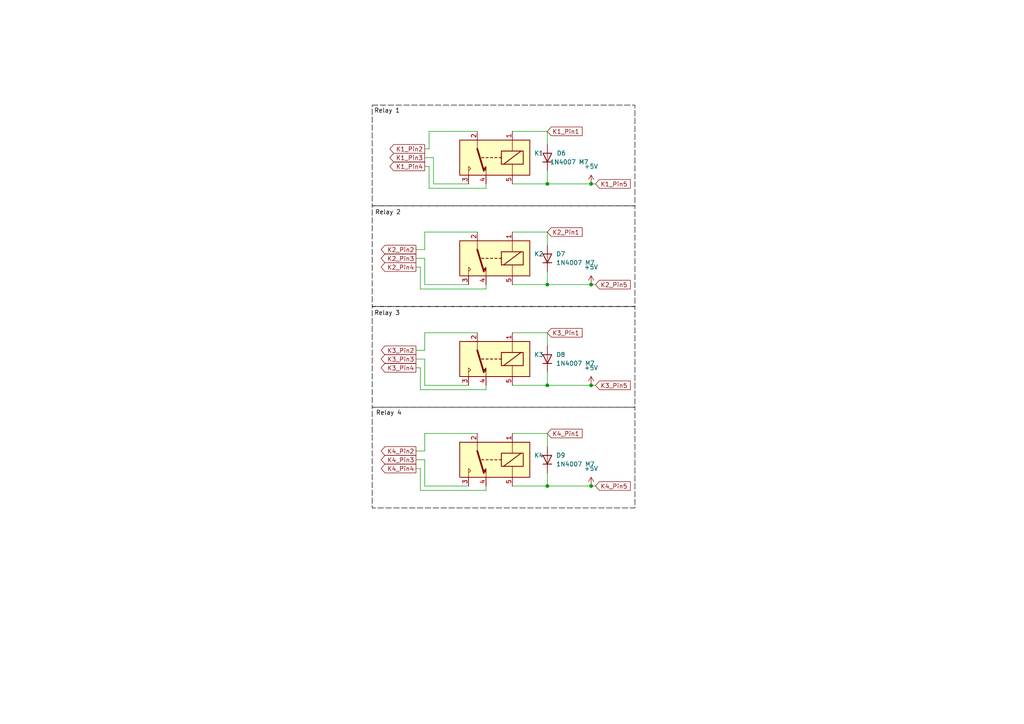
<source format=kicad_sch>
(kicad_sch (version 20250114) (generator "eeschema") (generator_version "9.0")
  (paper "A4")
  (title_block (title "Raspberry Pi Pico Logger - Relays") (date "2025-06-21") (rev "2.0") (company "Creator: Piotr Kłyś"))
  (lib_symbols
    (symbol "Diode:SM4007" (pin_numbers (hide yes)) (pin_names (hide yes))
      (property "Reference" "D" (at 0 2.54 0))
      (property "Value" "SM4007" (at 0 -2.54 0))
      (symbol "SM4007_0_1"
        (polyline (pts (xy -1.27 1.27) (xy -1.27 -1.27)) (stroke (width 0.254)))
        (polyline (pts (xy 1.27 1.27) (xy 1.27 -1.27) (xy -1.27 0) (xy 1.27 1.27)) (stroke (width 0.254)))
        (polyline (pts (xy 1.27 0) (xy -1.27 0)))
      )
      (symbol "SM4007_1_1"
        (pin passive line (at -3.81 0 0) (length 2.54) (name "K") (number "1"))
        (pin passive line (at 3.81 0 180) (length 2.54) (name "A") (number "2"))
      )
    )
    (symbol "Relay:G5Q-1"
      (property "Reference" "K" (at 11.43 3.81 0))
      (property "Value" "G5Q-1" (at 11.43 1.27 0))
      (symbol "G5Q-1_0_0"
        (polyline (pts (xy 7.62 5.08) (xy 7.62 2.54) (xy 6.985 3.175) (xy 7.62 3.81)))
      )
      (symbol "G5Q-1_0_1"
        (rectangle (start -10.16 5.08) (end 10.16 -5.08) (stroke (width 0.254)) (fill (type background)))
        (rectangle (start -8.255 1.905) (end -1.905 -1.905) (stroke (width 0.254)))
        (polyline (pts (xy -7.62 -1.905) (xy -2.54 1.905)) (stroke (width 0.254)))
        (polyline (pts (xy -5.08 5.08) (xy -5.08 1.905)))
        (polyline (pts (xy -5.08 -5.08) (xy -5.08 -1.905)))
        (polyline (pts (xy -1.905 0) (xy -1.27 0)) (stroke (width 0.254)))
        (polyline (pts (xy -0.635 0) (xy 0 0)) (stroke (width 0.254)))
        (polyline (pts (xy 0.635 0) (xy 1.27 0)) (stroke (width 0.254)))
        (polyline (pts (xy 1.905 0) (xy 2.54 0)) (stroke (width 0.254)))
        (polyline (pts (xy 2.54 5.08) (xy 2.54 2.54) (xy 3.175 3.175) (xy 2.54 3.81)) (fill (type outline)))
        (polyline (pts (xy 3.175 0) (xy 3.81 0)) (stroke (width 0.254)))
        (polyline (pts (xy 5.08 -2.54) (xy 3.175 3.81)) (stroke (width 0.508)))
        (polyline (pts (xy 5.08 -2.54) (xy 5.08 -5.08)))
      )
      (symbol "G5Q-1_1_1"
        (pin passive line (at -5.08 7.62 270) (length 2.54) (name "~") (number "5"))
        (pin passive line (at -5.08 -7.62 90) (length 2.54) (name "~") (number "1"))
        (pin passive line (at 2.54 7.62 270) (length 2.54) (name "~") (number "4"))
        (pin passive line (at 5.08 -7.62 90) (length 2.54) (name "~") (number "2"))
        (pin passive line (at 7.62 7.62 270) (length 2.54) (name "~") (number "3"))
      )
    )
    (symbol "power:+5V" (power) (pin_numbers (hide yes)) (pin_names (offset 0) (hide yes))
      (property "Value" "+5V" (at 0 3.556 0))
      (symbol "+5V_0_1"
        (polyline (pts (xy -0.762 1.27) (xy 0 2.54)))
        (polyline (pts (xy 0 2.54) (xy 0.762 1.27)))
        (polyline (pts (xy 0 0) (xy 0 2.54)))
      )
      (symbol "+5V_1_1"
        (pin power_in line (at 0 0 90) (length 0) (name "~") (number "1"))
      )
    )
  )
  (rectangle (start 107.95 118.11) (end 184.15 147.32) (stroke (width 0) (type dash) (color 0 0 0 1)))
  (rectangle (start 107.95 59.69) (end 184.15 88.9) (stroke (width 0) (type dash) (color 0 0 0 1)))
  (rectangle (start 107.95 30.48) (end 184.15 59.69) (stroke (width 0) (type dash) (color 0 0 0 1)))
  (rectangle (start 107.95 88.9) (end 184.15 118.11) (stroke (width 0) (type dash) (color 0 0 0 1)))
  (text "Relay 4" (at 112.776 119.888 0) (effects (font (size 1.27 1.27))))
  (text "Relay 2" (at 112.522 61.722 0) (effects (font (size 1.27 1.27))))
  (text "Relay 3" (at 112.268 90.932 0) (effects (font (size 1.27 1.27))))
  (text "Relay 1" (at 112.268 32.258 0) (effects (font (size 1.27 1.27))))
  (junction (at 158.75 82.55))
  (junction (at 171.45 53.34))
  (junction (at 171.45 140.97))
  (junction (at 171.45 111.76))
  (junction (at 171.45 82.55))
  (junction (at 158.75 53.34))
  (junction (at 158.75 140.97))
  (junction (at 158.75 111.76))
  (wire (pts (xy 140.97 54.61) (xy 124.46 54.61)))
  (wire (pts (xy 158.75 107.95) (xy 158.75 111.76)))
  (wire (pts (xy 120.65 133.35) (xy 123.19 133.35)))
  (wire (pts (xy 123.19 72.39) (xy 120.65 72.39)))
  (wire (pts (xy 140.97 111.76) (xy 140.97 113.03)))
  (wire (pts (xy 121.92 142.24) (xy 121.92 135.89)))
  (wire (pts (xy 158.75 67.31) (xy 158.75 71.12)))
  (wire (pts (xy 123.19 125.73) (xy 138.43 125.73)))
  (wire (pts (xy 121.92 135.89) (xy 120.65 135.89)))
  (wire (pts (xy 158.75 38.1) (xy 158.75 41.91)))
  (wire (pts (xy 148.59 38.1) (xy 158.75 38.1)))
  (wire (pts (xy 158.75 137.16) (xy 158.75 140.97)))
  (wire (pts (xy 171.45 111.76) (xy 172.72 111.76)))
  (wire (pts (xy 158.75 111.76) (xy 171.45 111.76)))
  (wire (pts (xy 140.97 83.82) (xy 121.92 83.82)))
  (wire (pts (xy 123.19 140.97) (xy 135.89 140.97)))
  (wire (pts (xy 140.97 82.55) (xy 140.97 83.82)))
  (wire (pts (xy 121.92 113.03) (xy 121.92 106.68)))
  (wire (pts (xy 124.46 54.61) (xy 124.46 48.26)))
  (wire (pts (xy 148.59 140.97) (xy 158.75 140.97)))
  (wire (pts (xy 171.45 53.34) (xy 172.72 53.34)))
  (wire (pts (xy 121.92 106.68) (xy 120.65 106.68)))
  (wire (pts (xy 125.73 45.72) (xy 123.19 45.72)))
  (wire (pts (xy 123.19 133.35) (xy 123.19 140.97)))
  (wire (pts (xy 171.45 82.55) (xy 172.72 82.55)))
  (wire (pts (xy 148.59 82.55) (xy 158.75 82.55)))
  (wire (pts (xy 121.92 83.82) (xy 121.92 77.47)))
  (wire (pts (xy 148.59 111.76) (xy 158.75 111.76)))
  (wire (pts (xy 135.89 53.34) (xy 125.73 53.34)))
  (wire (pts (xy 123.19 130.81) (xy 120.65 130.81)))
  (wire (pts (xy 123.19 96.52) (xy 138.43 96.52)))
  (wire (pts (xy 158.75 140.97) (xy 171.45 140.97)))
  (wire (pts (xy 158.75 125.73) (xy 158.75 129.54)))
  (wire (pts (xy 158.75 82.55) (xy 171.45 82.55)))
  (wire (pts (xy 123.19 101.6) (xy 120.65 101.6)))
  (wire (pts (xy 158.75 53.34) (xy 171.45 53.34)))
  (wire (pts (xy 123.19 111.76) (xy 135.89 111.76)))
  (wire (pts (xy 123.19 96.52) (xy 123.19 101.6)))
  (wire (pts (xy 120.65 104.14) (xy 123.19 104.14)))
  (wire (pts (xy 123.19 67.31) (xy 123.19 72.39)))
  (wire (pts (xy 158.75 96.52) (xy 158.75 100.33)))
  (wire (pts (xy 148.59 125.73) (xy 158.75 125.73)))
  (wire (pts (xy 135.89 82.55) (xy 123.19 82.55)))
  (wire (pts (xy 125.73 53.34) (xy 125.73 45.72)))
  (wire (pts (xy 124.46 48.26) (xy 123.19 48.26)))
  (wire (pts (xy 124.46 43.18) (xy 123.19 43.18)))
  (wire (pts (xy 123.19 82.55) (xy 123.19 74.93)))
  (wire (pts (xy 171.45 140.97) (xy 172.72 140.97)))
  (wire (pts (xy 123.19 74.93) (xy 120.65 74.93)))
  (wire (pts (xy 140.97 113.03) (xy 121.92 113.03)))
  (wire (pts (xy 158.75 78.74) (xy 158.75 82.55)))
  (wire (pts (xy 121.92 77.47) (xy 120.65 77.47)))
  (wire (pts (xy 148.59 53.34) (xy 158.75 53.34)))
  (wire (pts (xy 148.59 96.52) (xy 158.75 96.52)))
  (wire (pts (xy 158.75 49.53) (xy 158.75 53.34)))
  (wire (pts (xy 123.19 104.14) (xy 123.19 111.76)))
  (wire (pts (xy 123.19 125.73) (xy 123.19 130.81)))
  (wire (pts (xy 148.59 67.31) (xy 158.75 67.31)))
  (wire (pts (xy 124.46 38.1) (xy 138.43 38.1)))
  (wire (pts (xy 124.46 38.1) (xy 124.46 43.18)))
  (wire (pts (xy 123.19 67.31) (xy 138.43 67.31)))
  (wire (pts (xy 140.97 53.34) (xy 140.97 54.61)))
  (wire (pts (xy 121.92 142.24) (xy 140.97 142.24)))
  (wire (pts (xy 140.97 140.97) (xy 140.97 142.24)))
  (global_label "K1_Pin1" (shape input) (at 158.75 38.1 0) (property "Intersheetrefs" "${INTERSHEET_REFS}" (effects (hide yes))))
  (global_label "K1_Pin4" (shape output) (at 123.19 48.26 180) (property "Intersheetrefs" "${INTERSHEET_REFS}" (effects (hide yes))))
  (global_label "K1_Pin2" (shape output) (at 123.19 43.18 180) (property "Intersheetrefs" "${INTERSHEET_REFS}" (effects (hide yes))))
  (global_label "K1_Pin5" (shape input) (at 172.72 53.34 0) (property "Intersheetrefs" "${INTERSHEET_REFS}" (effects (hide yes))))
  (global_label "K2_Pin4" (shape output) (at 120.65 77.47 180) (property "Intersheetrefs" "${INTERSHEET_REFS}" (effects (hide yes))))
  (global_label "K4_Pin2" (shape output) (at 120.65 130.81 180) (property "Intersheetrefs" "${INTERSHEET_REFS}" (effects (hide yes))))
  (global_label "K3_Pin4" (shape output) (at 120.65 106.68 180) (property "Intersheetrefs" "${INTERSHEET_REFS}" (effects (hide yes))))
  (global_label "K1_Pin3" (shape output) (at 123.19 45.72 180) (property "Intersheetrefs" "${INTERSHEET_REFS}" (effects (hide yes))))
  (global_label "K2_Pin5" (shape input) (at 172.72 82.55 0) (property "Intersheetrefs" "${INTERSHEET_REFS}" (effects (hide yes))))
  (global_label "K3_Pin5" (shape input) (at 172.72 111.76 0) (property "Intersheetrefs" "${INTERSHEET_REFS}" (effects (hide yes))))
  (global_label "K4_Pin1" (shape input) (at 158.75 125.73 0) (property "Intersheetrefs" "${INTERSHEET_REFS}" (effects (hide yes))))
  (global_label "K2_Pin1" (shape input) (at 158.75 67.31 0) (property "Intersheetrefs" "${INTERSHEET_REFS}" (effects (hide yes))))
  (global_label "K2_Pin3" (shape output) (at 120.65 74.93 180) (property "Intersheetrefs" "${INTERSHEET_REFS}" (effects (hide yes))))
  (global_label "K2_Pin2" (shape output) (at 120.65 72.39 180) (property "Intersheetrefs" "${INTERSHEET_REFS}" (effects (hide yes))))
  (global_label "K4_Pin3" (shape output) (at 120.65 133.35 180) (property "Intersheetrefs" "${INTERSHEET_REFS}" (effects (hide yes))))
  (global_label "K3_Pin3" (shape output) (at 120.65 104.14 180) (property "Intersheetrefs" "${INTERSHEET_REFS}" (effects (hide yes))))
  (global_label "K4_Pin5" (shape input) (at 172.72 140.97 0) (property "Intersheetrefs" "${INTERSHEET_REFS}" (effects (hide yes))))
  (global_label "K3_Pin2" (shape output) (at 120.65 101.6 180) (property "Intersheetrefs" "${INTERSHEET_REFS}" (effects (hide yes))))
  (global_label "K3_Pin1" (shape input) (at 158.75 96.52 0) (property "Intersheetrefs" "${INTERSHEET_REFS}" (effects (hide yes))))
  (global_label "K4_Pin4" (shape output) (at 120.65 135.89 180) (property "Intersheetrefs" "${INTERSHEET_REFS}" (effects (hide yes))))
  (symbol (lib_id "power:+5V") (at 171.45 53.34 0) (unit 1)
    (property "Reference" "#PWR011" (effects (hide yes)))
    (property "Value" "+5V" (at 171.45 48.26 0))
    (property "Description" "Power symbol creates a global label with name \"+5V\"" (effects (hide yes)))
  )
  (symbol (lib_id "Diode:SM4007") (at 158.75 133.35 90) (unit 1)
    (property "Reference" "D9" (at 161.29 132.0799 90) (effects (justify right)))
    (property "Value" "1N4007 M7" (at 161.29 134.6199 90) (effects (justify right)))
    (property "Footprint" "Diode_SMD:D_SMA" (effects (hide yes)))
    (property "Datasheet" "http://cdn-reichelt.de/documents/datenblatt/A400/SMD1N400%23DIO.pdf" (effects (hide yes)))
    (property "Description" "1000V 1A General Purpose Rectifier Diode, MELF" (effects (hide yes)))
    (property "Sim.Device" "D" (effects (hide yes)))
    (property "Sim.Pins" "1=K 2=A" (effects (hide yes)))
  )
  (symbol (lib_id "power:+5V") (at 171.45 140.97 0) (unit 1)
    (property "Reference" "#PWR032" (effects (hide yes)))
    (property "Value" "+5V" (at 171.45 135.89 0))
    (property "Description" "Power symbol creates a global label with name \"+5V\"" (effects (hide yes)))
  )
  (symbol (lib_id "Diode:SM4007") (at 158.75 45.72 90) (unit 1)
    (property "Reference" "D6" (at 162.814 44.45 90))
    (property "Value" "1N4007 M7" (at 165.1 46.99 90))
    (property "Footprint" "Diode_SMD:D_SMA" (effects (hide yes)))
    (property "Datasheet" "http://cdn-reichelt.de/documents/datenblatt/A400/SMD1N400%23DIO.pdf" (effects (hide yes)))
    (property "Description" "1000V 1A General Purpose Rectifier Diode, MELF" (effects (hide yes)))
    (property "Sim.Device" "D" (effects (hide yes)))
    (property "Sim.Pins" "1=K 2=A" (effects (hide yes)))
  )
  (symbol (lib_id "Relay:G5Q-1") (at 143.51 104.14 180) (unit 1)
    (property "Reference" "K3" (at 154.94 102.8699 0) (effects (justify right)))
    (property "Value" "G5Q-14-EU-5DC" (effects (hide yes)))
    (property "Footprint" "Relay_THT:Relay_SPDT_Omron-G5Q-1" (effects (hide yes)))
    (property "Datasheet" "https://www.omron.com/ecb/products/pdf/en-g5q.pdf" (effects (hide yes)))
    (property "Description" "Omron G5G relay, Miniature Single Pole, SPDT, 10A" (effects (hide yes)))
  )
  (symbol (lib_id "Relay:G5Q-1") (at 143.51 133.35 180) (unit 1)
    (property "Reference" "K4" (at 154.94 132.0799 0) (effects (justify right)))
    (property "Value" "G5Q-14-EU-5DC" (effects (hide yes)))
    (property "Footprint" "Relay_THT:Relay_SPDT_Omron-G5Q-1" (effects (hide yes)))
    (property "Datasheet" "https://www.omron.com/ecb/products/pdf/en-g5q.pdf" (effects (hide yes)))
    (property "Description" "Omron G5G relay, Miniature Single Pole, SPDT, 10A" (effects (hide yes)))
  )
  (symbol (lib_id "Relay:G5Q-1") (at 143.51 74.93 180) (unit 1)
    (property "Reference" "K2" (at 154.94 73.6599 0) (effects (justify right)))
    (property "Value" "G5Q-14-EU-5DC" (effects (hide yes)))
    (property "Footprint" "Relay_THT:Relay_SPDT_Omron-G5Q-1" (effects (hide yes)))
    (property "Datasheet" "https://www.omron.com/ecb/products/pdf/en-g5q.pdf" (effects (hide yes)))
    (property "Description" "Omron G5G relay, Miniature Single Pole, SPDT, 10A" (effects (hide yes)))
  )
  (symbol (lib_id "Diode:SM4007") (at 158.75 104.14 90) (unit 1)
    (property "Reference" "D8" (at 161.29 102.8699 90) (effects (justify right)))
    (property "Value" "1N4007 M7" (at 161.29 105.4099 90) (effects (justify right)))
    (property "Footprint" "Diode_SMD:D_SMA" (effects (hide yes)))
    (property "Datasheet" "http://cdn-reichelt.de/documents/datenblatt/A400/SMD1N400%23DIO.pdf" (effects (hide yes)))
    (property "Description" "1000V 1A General Purpose Rectifier Diode, MELF" (effects (hide yes)))
    (property "Sim.Device" "D" (effects (hide yes)))
    (property "Sim.Pins" "1=K 2=A" (effects (hide yes)))
  )
  (symbol (lib_id "power:+5V") (at 171.45 111.76 0) (unit 1)
    (property "Reference" "#PWR031" (effects (hide yes)))
    (property "Value" "+5V" (at 171.45 106.68 0))
    (property "Description" "Power symbol creates a global label with name \"+5V\"" (effects (hide yes)))
  )
  (symbol (lib_id "Relay:G5Q-1") (at 143.51 45.72 180) (unit 1)
    (property "Reference" "K1" (at 154.94 44.4499 0) (effects (justify right)))
    (property "Value" "G5Q-14-EU-5DC" (effects (hide yes)))
    (property "Footprint" "Relay_THT:Relay_SPDT_Omron-G5Q-1" (effects (hide yes)))
    (property "Datasheet" "https://www.omron.com/ecb/products/pdf/en-g5q.pdf" (effects (hide yes)))
    (property "Description" "Omron G5G relay, Miniature Single Pole, SPDT, 10A" (effects (hide yes)))
  )
  (symbol (lib_id "power:+5V") (at 171.45 82.55 0) (unit 1)
    (property "Reference" "#PWR030" (effects (hide yes)))
    (property "Value" "+5V" (at 171.45 77.47 0))
    (property "Description" "Power symbol creates a global label with name \"+5V\"" (effects (hide yes)))
  )
  (symbol (lib_id "Diode:SM4007") (at 158.75 74.93 90) (unit 1)
    (property "Reference" "D7" (at 161.29 73.6599 90) (effects (justify right)))
    (property "Value" "1N4007 M7" (at 161.29 76.1999 90) (effects (justify right)))
    (property "Footprint" "Diode_SMD:D_SMA" (effects (hide yes)))
    (property "Datasheet" "http://cdn-reichelt.de/documents/datenblatt/A400/SMD1N400%23DIO.pdf" (effects (hide yes)))
    (property "Description" "1000V 1A General Purpose Rectifier Diode, MELF" (effects (hide yes)))
    (property "Sim.Device" "D" (effects (hide yes)))
    (property "Sim.Pins" "1=K 2=A" (effects (hide yes)))
  )
)
</source>
